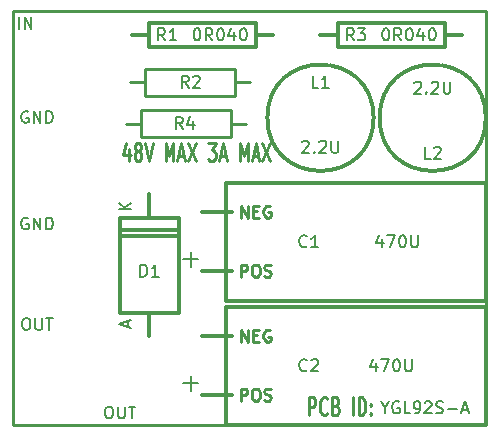
<source format=gbr>
%TF.GenerationSoftware,KiCad,Pcbnew,(5.99.0-8784-g9769da3804)*%
%TF.CreationDate,2021-02-02T16:43:27+01:00*%
%TF.ProjectId,SMPS Inline Filter with M3 holes - YGL92S-A,534d5053-2049-46e6-9c69-6e652046696c,rev?*%
%TF.SameCoordinates,Original*%
%TF.FileFunction,Legend,Top*%
%TF.FilePolarity,Positive*%
%FSLAX46Y46*%
G04 Gerber Fmt 4.6, Leading zero omitted, Abs format (unit mm)*
G04 Created by KiCad (PCBNEW (5.99.0-8784-g9769da3804)) date 2021-02-02 16:43:27*
%MOMM*%
%LPD*%
G01*
G04 APERTURE LIST*
%ADD10C,0.250000*%
%ADD11C,0.203200*%
%ADD12C,0.200000*%
%ADD13C,0.300000*%
%ADD14C,0.254000*%
G04 APERTURE END LIST*
D10*
X159255825Y-119596430D02*
X159303445Y-119525000D01*
D11*
X146396015Y-87815380D02*
X146444395Y-87767000D01*
D10*
X149374865Y-114227380D02*
X149374865Y-113227380D01*
D11*
X162323255Y-116686240D02*
X162420015Y-116734620D01*
D10*
X156589155Y-120310710D02*
X156541535Y-120382140D01*
X159303445Y-120310710D02*
X159303445Y-120453570D01*
D11*
X160460775Y-88686240D02*
X160412395Y-88637860D01*
D12*
X137351065Y-119775000D02*
X137446295Y-119870240D01*
D11*
X157847635Y-87815380D02*
X157896015Y-87912140D01*
D12*
X132208205Y-95679760D02*
X132065345Y-95727380D01*
D10*
X158874865Y-119810710D02*
X158827255Y-120096430D01*
D11*
X162049155Y-105218620D02*
X162145915Y-105267000D01*
D10*
X150136775Y-97453570D02*
X150803445Y-98953570D01*
D12*
X130160585Y-95727380D02*
X130303445Y-95679760D01*
D11*
X165218485Y-98154050D02*
X164637915Y-98734620D01*
X146299255Y-88347570D02*
X146299255Y-88105670D01*
X153605725Y-115718620D02*
X153702485Y-115718620D01*
X161912205Y-87912140D02*
X161912205Y-88057290D01*
D12*
X130922485Y-113036910D02*
X130970105Y-113132140D01*
D11*
X161855635Y-106186240D02*
X161807255Y-106137860D01*
D13*
X147065345Y-110775000D02*
X147065345Y-100775000D01*
D12*
X130303445Y-104679760D02*
X130351065Y-104632140D01*
D11*
X163508775Y-87670240D02*
X163266865Y-88395950D01*
D12*
X132065345Y-104727380D02*
X131827255Y-104727380D01*
D10*
X146565345Y-98525000D02*
X147041535Y-98525000D01*
D11*
X141896015Y-88734620D02*
X141557345Y-88250810D01*
D10*
X158303445Y-118953570D02*
X158541535Y-118953570D01*
D11*
X143896015Y-91912140D02*
X143896015Y-92057290D01*
D10*
X149684395Y-108727380D02*
X149493915Y-108727380D01*
D12*
X129874865Y-112370240D02*
X129970105Y-112275000D01*
D10*
X150327255Y-103584520D02*
X150422485Y-103679760D01*
D11*
X162734675Y-87767000D02*
X162783055Y-87815380D01*
D10*
X149684395Y-118227380D02*
X149779635Y-118275000D01*
X154065345Y-118953570D02*
X154446295Y-118953570D01*
X148327255Y-114227380D02*
X148327255Y-113227380D01*
D11*
X165266865Y-97912140D02*
X165266865Y-98008910D01*
X141896015Y-87912140D02*
X141896015Y-88057290D01*
D10*
X150327255Y-102870240D02*
X150279635Y-102965480D01*
X139327245Y-97810710D02*
X139327245Y-97739290D01*
D12*
X132351065Y-94965480D02*
X132398675Y-95155950D01*
D10*
X139374865Y-97953570D02*
X139327245Y-97810710D01*
X155636775Y-120310710D02*
X155589155Y-120382140D01*
D11*
X165049155Y-92412140D02*
X165049155Y-92508910D01*
X164952395Y-92267000D02*
X165000775Y-92315380D01*
X154533155Y-98137860D02*
X154581535Y-98186240D01*
X145718675Y-87718620D02*
X145815445Y-87767000D01*
D12*
X132351065Y-103965480D02*
X132398675Y-104155950D01*
D10*
X139898675Y-98382140D02*
X139851055Y-98239290D01*
X139374865Y-97596430D02*
X139422485Y-97525000D01*
D11*
X143799255Y-91767000D02*
X143847635Y-91815380D01*
D12*
X138493915Y-120536910D02*
X138493915Y-119727380D01*
D10*
X150422485Y-114179760D02*
X150565345Y-114227380D01*
X158827255Y-119310710D02*
X158874865Y-119596430D01*
D12*
X137970105Y-120632140D02*
X138017725Y-120679760D01*
D10*
X149493915Y-118227380D02*
X149684395Y-118227380D01*
X149851065Y-114227380D02*
X149374865Y-114227380D01*
D14*
X140175345Y-93418000D02*
X147795345Y-93418000D01*
D11*
X155452395Y-97267000D02*
X155500775Y-97315380D01*
D10*
X149398675Y-107775000D02*
X149493915Y-107727380D01*
D11*
X155283065Y-91960520D02*
X155186295Y-92008910D01*
D10*
X149493915Y-108727380D02*
X149398675Y-108679760D01*
D11*
X160847825Y-88541100D02*
X160799445Y-88637860D01*
D13*
X145065345Y-118775000D02*
X147565345Y-118775000D01*
D12*
X130779635Y-104727380D02*
X130779635Y-103727380D01*
X130493915Y-112560710D02*
X130493915Y-112894050D01*
D11*
X160871825Y-115718620D02*
X160436395Y-116734620D01*
X158863635Y-87718620D02*
X158524965Y-88105670D01*
X143299255Y-95267000D02*
X143347635Y-95315380D01*
X153315445Y-116492710D02*
X153267065Y-116299190D01*
X155355635Y-97218620D02*
X155452395Y-97267000D01*
D10*
X150279635Y-103489290D02*
X150327255Y-103584520D01*
X149374865Y-102727380D02*
X149851065Y-102727380D01*
D11*
X140347635Y-107960520D02*
X140396015Y-108154050D01*
X162758675Y-116637860D02*
X162807055Y-116541100D01*
D10*
X139851055Y-98810710D02*
X139898675Y-98667860D01*
X139517725Y-97453570D02*
X139708205Y-97453570D01*
D12*
X129827255Y-94870240D02*
X129779635Y-94965480D01*
D10*
X155589155Y-119025000D02*
X155636775Y-119096430D01*
D11*
X163017155Y-92315380D02*
X163065535Y-92267000D01*
D10*
X156446295Y-120453570D02*
X156065345Y-120453570D01*
X150827255Y-108632140D02*
X150874865Y-108536910D01*
D13*
X165565345Y-88275000D02*
X167065345Y-88275000D01*
X156565345Y-88275000D02*
X155065345Y-88275000D01*
D11*
X160896205Y-88105670D02*
X160896205Y-88347570D01*
X148573155Y-88734620D02*
X148476395Y-88734620D01*
X164033155Y-93234620D02*
X163984775Y-93186240D01*
X146541155Y-88734620D02*
X146444395Y-88686240D01*
D12*
X138017725Y-102465480D02*
X138589155Y-103036910D01*
D10*
X143041535Y-98525000D02*
X143517725Y-98525000D01*
D11*
X141847635Y-88154050D02*
X141799255Y-88202430D01*
X162444395Y-87767000D02*
X162541155Y-87718620D01*
D12*
X129732015Y-104298810D02*
X129779635Y-104489290D01*
X130922485Y-112227380D02*
X130922485Y-113036910D01*
D10*
X139803445Y-98025000D02*
X139708205Y-98096430D01*
D11*
X144751055Y-88686240D02*
X144654295Y-88734620D01*
D10*
X146470105Y-98953570D02*
X146803445Y-97453570D01*
D11*
X153267065Y-116154050D02*
X153315445Y-115960520D01*
X163597725Y-92508910D02*
X163549345Y-92654050D01*
X157702485Y-87718620D02*
X157799255Y-87767000D01*
X146637915Y-87718620D02*
X146734675Y-87767000D01*
X154670105Y-115718620D02*
X154766865Y-115767000D01*
X162299255Y-88105670D02*
X162347635Y-87912140D01*
D12*
X130208205Y-103727380D02*
X130065345Y-103727380D01*
D13*
X149565345Y-87275000D02*
X149565345Y-89275000D01*
D10*
X139327245Y-97739290D02*
X139374865Y-97596430D01*
D11*
X160194485Y-115718620D02*
X160871825Y-115718620D01*
X141702485Y-87718620D02*
X141799255Y-87767000D01*
X160017155Y-105170240D02*
X159775255Y-105895950D01*
X165581345Y-93186240D02*
X165678105Y-93234620D01*
D12*
X139017725Y-102465480D02*
X138446295Y-102894050D01*
D10*
X145993915Y-98025000D02*
X146089155Y-98096430D01*
X149255825Y-118894050D02*
X149255825Y-118560710D01*
D12*
X138017725Y-112775000D02*
X139017725Y-112441670D01*
X130446295Y-112370240D02*
X130493915Y-112560710D01*
D11*
X153847635Y-106186240D02*
X153702485Y-106234620D01*
D10*
X149374865Y-103727380D02*
X149374865Y-102727380D01*
D11*
X143896015Y-92057290D02*
X143847635Y-92154050D01*
X140879825Y-107960520D02*
X140783065Y-108008910D01*
X144283065Y-91815380D02*
X144331445Y-91767000D01*
X154379825Y-105460520D02*
X154283065Y-105508910D01*
X157799255Y-88202430D02*
X157702485Y-88250810D01*
D10*
X150684395Y-108727380D02*
X150779635Y-108679760D01*
D12*
X129970105Y-113179760D02*
X129874865Y-113084520D01*
D10*
X149493915Y-107727380D02*
X149684395Y-107727380D01*
D11*
X162774865Y-106137860D02*
X162823255Y-106186240D01*
X146637915Y-88734620D02*
X146541155Y-88734620D01*
D10*
X149374865Y-103203570D02*
X149708205Y-103203570D01*
X150493915Y-107727380D02*
X150732015Y-107727380D01*
D13*
X147065345Y-121275000D02*
X147065345Y-111275000D01*
D11*
X148573155Y-87718620D02*
X148669915Y-87767000D01*
X161718675Y-87718620D02*
X161815445Y-87767000D01*
X144799445Y-88637860D02*
X144751055Y-88686240D01*
X159517155Y-115670240D02*
X159275255Y-116395950D01*
X162726485Y-105218620D02*
X162726485Y-106041100D01*
D10*
X150398675Y-118275000D02*
X150493915Y-118227380D01*
X158684395Y-119025000D02*
X158779635Y-119167860D01*
D11*
X154484775Y-98186240D02*
X154533155Y-98137860D01*
D10*
X148779635Y-107775000D02*
X148827255Y-107822620D01*
X139898675Y-97810710D02*
X139851055Y-97953570D01*
D12*
X132398675Y-104155950D02*
X132398675Y-104298810D01*
D11*
X146783055Y-87815380D02*
X146831445Y-87912140D01*
D10*
X149374865Y-113227380D02*
X149851065Y-113227380D01*
X139517725Y-98096430D02*
X139422485Y-98025000D01*
D11*
X163549345Y-92654050D02*
X162968775Y-93234620D01*
X144331445Y-91767000D02*
X144428205Y-91718620D01*
X153363825Y-105363760D02*
X153460585Y-105267000D01*
X166065155Y-93041100D02*
X166065155Y-92218620D01*
D12*
X139017725Y-103036910D02*
X138017725Y-103036910D01*
D11*
X140057345Y-107718620D02*
X140202485Y-107767000D01*
X143347635Y-95654050D02*
X143299255Y-95702430D01*
D10*
X139374865Y-98239290D02*
X139327245Y-98382140D01*
X150779635Y-108298810D02*
X150684395Y-108251190D01*
D11*
X155016965Y-97267000D02*
X155113725Y-97218620D01*
D10*
X149779635Y-118275000D02*
X149874865Y-118370240D01*
D11*
X146396015Y-88637860D02*
X146347635Y-88541100D01*
D10*
X150327255Y-114084520D02*
X150422485Y-114179760D01*
D11*
X144557535Y-87718620D02*
X144654295Y-87718620D01*
D14*
X140175345Y-91132000D02*
X140175345Y-93418000D01*
D10*
X150827255Y-118846430D02*
X150779635Y-118798810D01*
D11*
X143396015Y-95557290D02*
X143347635Y-95654050D01*
D10*
X154636775Y-119239290D02*
X154636775Y-119453570D01*
X159351055Y-119596430D02*
X159303445Y-119667860D01*
X139708205Y-97453570D02*
X139803445Y-97525000D01*
X148874865Y-108060710D02*
X148827255Y-108155950D01*
D11*
X155984585Y-97218620D02*
X155984585Y-98041100D01*
X164815055Y-88347570D02*
X164766675Y-88541100D01*
X144654295Y-88734620D02*
X144557535Y-88734620D01*
D12*
X132208205Y-104679760D02*
X132065345Y-104727380D01*
D11*
X144412395Y-87815380D02*
X144460775Y-87767000D01*
X158863635Y-88299190D02*
X158863635Y-88541100D01*
X162783055Y-88637860D02*
X162734675Y-88686240D01*
X157315445Y-88734620D02*
X157315445Y-87718620D01*
D10*
X150803445Y-114179760D02*
X150851065Y-114132140D01*
X146184395Y-98667860D02*
X146136775Y-98810710D01*
D11*
X144024965Y-95170240D02*
X143783065Y-95895950D01*
D10*
X149922485Y-108060710D02*
X149922485Y-108394050D01*
D11*
X145912205Y-88057290D02*
X145863825Y-88154050D01*
D10*
X143279635Y-97453570D02*
X143612965Y-98953570D01*
X149255825Y-118560710D02*
X149303445Y-118370240D01*
D11*
X153315445Y-105992710D02*
X153267065Y-105799190D01*
D10*
X149874865Y-107870240D02*
X149922485Y-108060710D01*
X156589155Y-119382140D02*
X156541535Y-119525000D01*
D11*
X162831445Y-87912140D02*
X162879825Y-88105670D01*
X158234675Y-87718620D02*
X158863635Y-87718620D01*
D13*
X145065345Y-113775000D02*
X147565345Y-113775000D01*
D10*
X138851055Y-97953570D02*
X138851055Y-98953570D01*
X150279635Y-102965480D02*
X150232015Y-103155950D01*
D11*
X148669915Y-88686240D02*
X148573155Y-88734620D01*
D13*
X145065345Y-108275000D02*
X147565345Y-108275000D01*
D10*
X148303445Y-119227380D02*
X148303445Y-118227380D01*
D12*
X130493915Y-112894050D02*
X130446295Y-113084520D01*
D10*
X159303445Y-120310710D02*
X159351055Y-120382140D01*
D12*
X132208205Y-94775000D02*
X132303445Y-94870240D01*
D11*
X143396015Y-95412140D02*
X143396015Y-95557290D01*
X153460585Y-105267000D02*
X153605725Y-105218620D01*
X148815055Y-88347570D02*
X148766675Y-88541100D01*
X164815055Y-88105670D02*
X164815055Y-88347570D01*
D10*
X149779635Y-107775000D02*
X149874865Y-107870240D01*
D13*
X149565345Y-89275000D02*
X140565345Y-89275000D01*
D11*
X160654295Y-87718620D02*
X160751055Y-87767000D01*
X155549155Y-97412140D02*
X155549155Y-97508910D01*
D10*
X149232015Y-98953570D02*
X149565345Y-97453570D01*
D12*
X130065345Y-113227380D02*
X129970105Y-113179760D01*
D10*
X158541535Y-120453570D02*
X158303445Y-120453570D01*
D11*
X141847635Y-87815380D02*
X141896015Y-87912140D01*
D10*
X155351065Y-118953570D02*
X155446295Y-118953570D01*
D11*
X160896205Y-88347570D02*
X160847825Y-88541100D01*
D10*
X150398675Y-108155950D02*
X150351055Y-108108330D01*
D11*
X165484585Y-93041100D02*
X165532965Y-93137860D01*
D12*
X132398675Y-95298810D02*
X132351065Y-95489290D01*
D10*
X139803445Y-97525000D02*
X139851055Y-97596430D01*
D11*
X162444395Y-88686240D02*
X162396015Y-88637860D01*
D10*
X154589155Y-119096430D02*
X154636775Y-119239290D01*
D12*
X132303445Y-95584520D02*
X132208205Y-95679760D01*
D11*
X153267065Y-105799190D02*
X153267065Y-105654050D01*
D12*
X129922485Y-104679760D02*
X130065345Y-104727380D01*
D10*
X158874865Y-119596430D02*
X158874865Y-119810710D01*
X145612965Y-98882140D02*
X145565345Y-98810710D01*
D13*
X140565345Y-111775000D02*
X140565345Y-113775000D01*
D11*
X146783055Y-88637860D02*
X146734675Y-88686240D01*
D10*
X150803445Y-113275000D02*
X150708205Y-113227380D01*
D11*
X139815445Y-108734620D02*
X139815445Y-107718620D01*
X164396015Y-98734620D02*
X163912205Y-98734620D01*
X164476395Y-88734620D02*
X164379635Y-88686240D01*
X141315445Y-88734620D02*
X141315445Y-87718620D01*
D13*
X140565345Y-103775000D02*
X140565345Y-101775000D01*
D11*
X161952395Y-106234620D02*
X161855635Y-106186240D01*
D10*
X155208205Y-120382140D02*
X155112965Y-120239290D01*
X150351055Y-118608330D02*
X150303445Y-118513100D01*
X155112965Y-119167860D02*
X155208205Y-119025000D01*
D12*
X137446295Y-119870240D02*
X137493915Y-120060710D01*
D11*
X164331255Y-88637860D02*
X164282865Y-88541100D01*
D10*
X150303445Y-107917860D02*
X150351055Y-107822620D01*
D12*
X130779635Y-103727380D02*
X131351065Y-104727380D01*
D13*
X165565345Y-89275000D02*
X156565345Y-89275000D01*
D11*
X164420205Y-93234620D02*
X165049155Y-93234620D01*
X154234675Y-116734620D02*
X154863635Y-116734620D01*
X158670105Y-88734620D02*
X158379825Y-88734620D01*
X144751055Y-87767000D02*
X144799445Y-87815380D01*
D12*
X129922485Y-95679760D02*
X130065345Y-95727380D01*
D11*
X161549155Y-115718620D02*
X161645915Y-115767000D01*
X162823255Y-106186240D02*
X162920015Y-106234620D01*
X148669915Y-87767000D02*
X148718295Y-87815380D01*
X144266865Y-95557290D02*
X144266865Y-96234620D01*
D10*
X150232015Y-103298810D02*
X150279635Y-103489290D01*
X156541535Y-119525000D02*
X156493915Y-119596430D01*
X156065345Y-120453570D02*
X156065345Y-118953570D01*
D11*
X160847825Y-87912140D02*
X160896205Y-88105670D01*
X155549155Y-97508910D02*
X155500775Y-97654050D01*
X148379635Y-88686240D02*
X148331255Y-88637860D01*
X146299255Y-88105670D02*
X146347635Y-87912140D01*
D10*
X145993915Y-98953570D02*
X145708205Y-98953570D01*
X150565345Y-102727380D02*
X150422485Y-102775000D01*
X156589155Y-119239290D02*
X156589155Y-119382140D01*
D12*
X138446295Y-120632140D02*
X138493915Y-120536910D01*
X131303445Y-113227380D02*
X131398675Y-113179760D01*
D10*
X149398675Y-108679760D02*
X149303445Y-108584520D01*
D11*
X140202485Y-108686240D02*
X140057345Y-108734620D01*
D12*
X131493915Y-113036910D02*
X131493915Y-112227380D01*
D11*
X144725345Y-107275000D02*
X143455345Y-107275000D01*
D10*
X155589155Y-120382140D02*
X155446295Y-120453570D01*
D11*
X147508775Y-87670240D02*
X147266865Y-88395950D01*
X164669915Y-88686240D02*
X164573155Y-88734620D01*
X143702485Y-91718620D02*
X143799255Y-91767000D01*
D12*
X131446295Y-113132140D02*
X131493915Y-113036910D01*
D11*
X164234485Y-88347570D02*
X164234485Y-88105670D01*
X153702485Y-106234620D02*
X153605725Y-106234620D01*
X146541155Y-87718620D02*
X146637915Y-87718620D01*
X162242675Y-106041100D02*
X162194295Y-106137860D01*
X158863635Y-88541100D02*
X158815255Y-88637860D01*
X154815255Y-116154050D02*
X154234675Y-116734620D01*
D10*
X150779635Y-118798810D02*
X150684395Y-118751190D01*
D11*
X165049155Y-92508910D02*
X165000775Y-92654050D01*
D14*
X147455345Y-95775000D02*
X148725345Y-95775000D01*
D11*
X160364015Y-88541100D02*
X160315635Y-88347570D01*
X143702485Y-92250810D02*
X143315445Y-92250810D01*
X153605725Y-116734620D02*
X153460585Y-116686240D01*
D10*
X156636775Y-120167860D02*
X156589155Y-120310710D01*
D11*
X162242675Y-105412140D02*
X162291055Y-105605670D01*
X163750675Y-88057290D02*
X163750675Y-88734620D01*
X158815255Y-88202430D02*
X158863635Y-88299190D01*
D10*
X139422485Y-98025000D02*
X139374865Y-97953570D01*
D12*
X130779635Y-94727380D02*
X131351065Y-95727380D01*
D11*
X158670105Y-88105670D02*
X158766865Y-88154050D01*
X158283065Y-88686240D02*
X158234675Y-88637860D01*
D10*
X149565345Y-97453570D02*
X149898675Y-98953570D01*
X142612965Y-97453570D02*
X142612965Y-98953570D01*
X155208205Y-119025000D02*
X155351065Y-118953570D01*
D11*
X143315445Y-92734620D02*
X143315445Y-91718620D01*
X153847635Y-115767000D02*
X153896015Y-115815380D01*
X154283065Y-115815380D02*
X154331445Y-115767000D01*
D10*
X148684395Y-118751190D02*
X148303445Y-118751190D01*
D11*
X146444395Y-87767000D02*
X146541155Y-87718620D01*
D12*
X138017725Y-120679760D02*
X138112965Y-120727380D01*
X137493915Y-120394050D02*
X137446295Y-120584520D01*
D10*
X149874865Y-118370240D02*
X149922485Y-118560710D01*
D11*
X140396015Y-108154050D02*
X140396015Y-108299190D01*
X148331255Y-88637860D02*
X148282865Y-88541100D01*
X144766865Y-91767000D02*
X144815255Y-91815380D01*
D10*
X149255825Y-108394050D02*
X149255825Y-108060710D01*
D12*
X129827255Y-95584520D02*
X129922485Y-95679760D01*
D10*
X139374865Y-98810710D02*
X139422485Y-98882140D01*
D13*
X156565345Y-87275000D02*
X165565345Y-87275000D01*
D10*
X149303445Y-108584520D02*
X149255825Y-108394050D01*
D11*
X143783065Y-95895950D02*
X144412015Y-95895950D01*
X140976585Y-107863760D02*
X140879825Y-107960520D01*
D12*
X137493915Y-120060710D02*
X137493915Y-120394050D01*
D11*
X159775255Y-105895950D02*
X160404205Y-105895950D01*
X142573345Y-87718620D02*
X142476585Y-87863760D01*
D12*
X130065345Y-94727380D02*
X129922485Y-94775000D01*
D11*
X165678105Y-93234620D02*
X165871635Y-93234620D01*
D10*
X146803445Y-97453570D02*
X147136775Y-98953570D01*
X150565345Y-114227380D02*
X150660585Y-114227380D01*
X149922485Y-108394050D02*
X149874865Y-108584520D01*
D11*
X160259055Y-105557290D02*
X160259055Y-106234620D01*
X162049155Y-106234620D02*
X161952395Y-106234620D01*
X163500965Y-92267000D02*
X163549345Y-92315380D01*
X154573345Y-106234620D02*
X154573345Y-105218620D01*
D10*
X139327245Y-98382140D02*
X139327245Y-98667860D01*
D12*
X131827255Y-95727380D02*
X131827255Y-94727380D01*
D10*
X148327255Y-102727380D02*
X148898675Y-103727380D01*
X146089155Y-98096430D02*
X146136775Y-98167860D01*
D11*
X163162295Y-92218620D02*
X163404205Y-92218620D01*
X162879825Y-88347570D02*
X162831445Y-88541100D01*
D10*
X150851065Y-113798810D02*
X150660585Y-113798810D01*
D14*
X169065345Y-86275000D02*
X129065345Y-86275000D01*
D10*
X139898675Y-97739290D02*
X139898675Y-97810710D01*
X150851065Y-103298810D02*
X150660585Y-103298810D01*
D11*
X148815055Y-88105670D02*
X148815055Y-88347570D01*
X148766675Y-88541100D02*
X148718295Y-88637860D01*
X161863825Y-88154050D02*
X161815445Y-88202430D01*
X164686295Y-97815380D02*
X164734675Y-97767000D01*
X160751055Y-88686240D02*
X160654295Y-88734620D01*
D10*
X146184395Y-97453570D02*
X145851055Y-98025000D01*
D11*
X162291055Y-105847570D02*
X162242675Y-106041100D01*
D10*
X150851065Y-114132140D02*
X150851065Y-113798810D01*
D14*
X169065345Y-121275000D02*
X169065345Y-86275000D01*
D13*
X169065345Y-111275000D02*
X169065345Y-121275000D01*
D10*
X150493915Y-118227380D02*
X150732015Y-118227380D01*
D11*
X154331445Y-115767000D02*
X154428205Y-115718620D01*
D10*
X139422485Y-98882140D02*
X139517725Y-98953570D01*
D11*
X142379825Y-87960520D02*
X142283065Y-88008910D01*
D12*
X130017725Y-87727380D02*
X130017725Y-86727380D01*
D11*
X161815445Y-88202430D02*
X161718675Y-88250810D01*
D10*
X139517725Y-98953570D02*
X139708205Y-98953570D01*
D11*
X144863635Y-91912140D02*
X144863635Y-92008910D01*
X160412395Y-88637860D02*
X160364015Y-88541100D01*
D14*
X139835345Y-96918000D02*
X147455345Y-96918000D01*
D10*
X150232015Y-103155950D02*
X150232015Y-103298810D01*
X150303445Y-108013100D02*
X150303445Y-107917860D01*
D12*
X130017725Y-86727380D02*
X130589155Y-87727380D01*
D11*
X144364015Y-88541100D02*
X144315635Y-88347570D01*
D10*
X159303445Y-119667860D02*
X159255825Y-119596430D01*
D12*
X130351065Y-104298810D02*
X130160585Y-104298810D01*
D11*
X154049345Y-97315380D02*
X154097725Y-97412140D01*
D10*
X149874865Y-119084520D02*
X149779635Y-119179760D01*
D11*
X141799255Y-88202430D02*
X141702485Y-88250810D01*
D10*
X149779635Y-119179760D02*
X149684395Y-119227380D01*
D11*
X142863635Y-88734620D02*
X142283065Y-88734620D01*
X153460585Y-115767000D02*
X153605725Y-115718620D01*
D10*
X150446295Y-108727380D02*
X150684395Y-108727380D01*
X155446295Y-120453570D02*
X155351065Y-120453570D01*
D11*
X146444395Y-88686240D02*
X146396015Y-88637860D01*
D10*
X148232015Y-98953570D02*
X148232015Y-97453570D01*
D11*
X161718675Y-88250810D02*
X161331635Y-88250810D01*
X144557535Y-88734620D02*
X144460775Y-88686240D01*
D13*
X165565345Y-87275000D02*
X165565345Y-89275000D01*
D11*
X153702485Y-105218620D02*
X153847635Y-105267000D01*
D10*
X158779635Y-119167860D02*
X158827255Y-119310710D01*
D11*
X162734675Y-88686240D02*
X162637915Y-88734620D01*
X153363825Y-116589480D02*
X153315445Y-116492710D01*
X155379825Y-91863760D02*
X155283065Y-91960520D01*
D12*
X137922485Y-120536910D02*
X137970105Y-120632140D01*
D11*
X154766865Y-115767000D02*
X154815255Y-115815380D01*
X162299255Y-88347570D02*
X162299255Y-88105670D01*
D12*
X132112965Y-113227380D02*
X132112965Y-112227380D01*
D11*
X154533155Y-98234620D02*
X154484775Y-98186240D01*
D12*
X130351065Y-112275000D02*
X130446295Y-112370240D01*
D10*
X150303445Y-119179760D02*
X150446295Y-119227380D01*
D12*
X132065345Y-95727380D02*
X131827255Y-95727380D01*
D11*
X165170105Y-97767000D02*
X165218485Y-97815380D01*
D12*
X139112965Y-120727380D02*
X139112965Y-119727380D01*
D11*
X162968775Y-93234620D02*
X163597725Y-93234620D01*
X144863635Y-92008910D02*
X144815255Y-92154050D01*
X155476585Y-92734620D02*
X155476585Y-91718620D01*
X162274865Y-116637860D02*
X162323255Y-116686240D01*
X163210295Y-106186240D02*
X163258675Y-106137860D01*
X153605725Y-105218620D02*
X153702485Y-105218620D01*
X153517155Y-97315380D02*
X153565535Y-97267000D01*
X153267065Y-105654050D02*
X153315445Y-105460520D01*
D10*
X154446295Y-119739290D02*
X154065345Y-119739290D01*
D13*
X149565345Y-88275000D02*
X151065345Y-88275000D01*
D11*
X161645915Y-116686240D02*
X161549155Y-116734620D01*
D10*
X150732015Y-118227380D02*
X150874865Y-118275000D01*
D12*
X131017725Y-113179760D02*
X131112965Y-113227380D01*
X130255825Y-113227380D02*
X130065345Y-113227380D01*
X129922485Y-103775000D02*
X129827255Y-103870240D01*
D10*
X149398675Y-118275000D02*
X149493915Y-118227380D01*
D11*
X153662295Y-97218620D02*
X153904205Y-97218620D01*
X161258865Y-115912140D02*
X161307255Y-115815380D01*
D13*
X138065345Y-111775000D02*
X143065345Y-111775000D01*
D10*
X139708205Y-98953570D02*
X139803445Y-98882140D01*
D12*
X131827255Y-103727380D02*
X132065345Y-103727380D01*
D11*
X155113725Y-97218620D02*
X155355635Y-97218620D01*
D10*
X156541535Y-120382140D02*
X156446295Y-120453570D01*
D11*
X141702485Y-88250810D02*
X141315445Y-88250810D01*
X153460585Y-106186240D02*
X153363825Y-106089480D01*
X144090345Y-106640000D02*
X144090345Y-107910000D01*
D10*
X139708205Y-98096430D02*
X139517725Y-98096430D01*
D11*
X145815445Y-87767000D02*
X145863825Y-87815380D01*
X164613725Y-92218620D02*
X164855635Y-92218620D01*
X145331635Y-88734620D02*
X145331635Y-87718620D01*
D12*
X130589155Y-87727380D02*
X130589155Y-86727380D01*
D11*
X166016775Y-93137860D02*
X166065155Y-93041100D01*
X163307055Y-106041100D02*
X163307055Y-105218620D01*
X162396015Y-88637860D02*
X162347635Y-88541100D01*
X162396015Y-87815380D02*
X162444395Y-87767000D01*
D10*
X150232015Y-113798810D02*
X150279635Y-113989290D01*
D11*
X144799445Y-87815380D02*
X144847825Y-87912140D01*
D10*
X157827255Y-120453570D02*
X157827255Y-118953570D01*
D11*
X161645915Y-115767000D02*
X161694295Y-115815380D01*
D10*
X150732015Y-107727380D02*
X150874865Y-107775000D01*
D12*
X130779635Y-95727380D02*
X130779635Y-94727380D01*
X130351065Y-104632140D02*
X130351065Y-104298810D01*
D11*
X146347635Y-88541100D02*
X146299255Y-88347570D01*
D12*
X136970105Y-120679760D02*
X136874865Y-120584520D01*
D10*
X148565345Y-98525000D02*
X148898675Y-97453570D01*
D11*
X157896015Y-88734620D02*
X157557345Y-88250810D01*
X164282865Y-88541100D02*
X164234485Y-88347570D01*
X153896015Y-106137860D02*
X153847635Y-106186240D01*
D12*
X129779635Y-95489290D02*
X129827255Y-95584520D01*
D11*
X145718675Y-88250810D02*
X145331635Y-88250810D01*
D12*
X129732015Y-104155950D02*
X129732015Y-104298810D01*
D10*
X139851055Y-98239290D02*
X139803445Y-98167860D01*
X154065345Y-120453570D02*
X154065345Y-118953570D01*
D12*
X130351065Y-95632140D02*
X130351065Y-95298810D01*
D10*
X146136775Y-98810710D02*
X146089155Y-98882140D01*
D14*
X147455345Y-96918000D02*
X147455345Y-94632000D01*
D11*
X156371635Y-98234620D02*
X156468395Y-98186240D01*
D10*
X145708205Y-98953570D02*
X145612965Y-98882140D01*
X140517725Y-98953570D02*
X140851055Y-97453570D01*
D13*
X143065345Y-103775000D02*
X138065345Y-103775000D01*
D11*
X153605725Y-106234620D02*
X153460585Y-106186240D01*
D10*
X159303445Y-120453570D02*
X159255825Y-120382140D01*
D11*
X161452395Y-115718620D02*
X161549155Y-115718620D01*
X161742675Y-115912140D02*
X161791055Y-116105670D01*
D14*
X139835345Y-95775000D02*
X138565345Y-95775000D01*
D12*
X130303445Y-95679760D02*
X130351065Y-95632140D01*
X131351065Y-104727380D02*
X131351065Y-103727380D01*
D11*
X164033155Y-93137860D02*
X164081535Y-93186240D01*
D10*
X148779635Y-118275000D02*
X148827255Y-118322620D01*
D11*
X146879825Y-88105670D02*
X146879825Y-88347570D01*
D10*
X158779635Y-120239290D02*
X158684395Y-120382140D01*
D11*
X157847635Y-88154050D02*
X157799255Y-88202430D01*
X144234675Y-92734620D02*
X144863635Y-92734620D01*
X160315635Y-88347570D02*
X160315635Y-88105670D01*
X160799445Y-87815380D02*
X160847825Y-87912140D01*
X164282865Y-87912140D02*
X164331255Y-87815380D01*
D12*
X129827255Y-103870240D02*
X129779635Y-103965480D01*
D11*
X143315445Y-91718620D02*
X143702485Y-91718620D01*
D12*
X129541535Y-87727380D02*
X129541535Y-86727380D01*
X129827255Y-112894050D02*
X129827255Y-112560710D01*
D11*
X153460585Y-116686240D02*
X153363825Y-116589480D01*
D10*
X156636775Y-119953570D02*
X156636775Y-120167860D01*
D12*
X129827255Y-112560710D02*
X129874865Y-112370240D01*
D11*
X162807055Y-116541100D02*
X162807055Y-115718620D01*
D12*
X131827255Y-94727380D02*
X132065345Y-94727380D01*
D11*
X157896015Y-87912140D02*
X157896015Y-88057290D01*
X153468775Y-98234620D02*
X154097725Y-98234620D01*
X161791055Y-116347570D02*
X161742675Y-116541100D01*
X165000775Y-92315380D02*
X165049155Y-92412140D01*
D10*
X139422485Y-97525000D02*
X139517725Y-97453570D01*
D12*
X130065345Y-103727380D02*
X129922485Y-103775000D01*
D10*
X149374865Y-113703570D02*
X149708205Y-113703570D01*
D11*
X154581535Y-98186240D02*
X154533155Y-98234620D01*
D10*
X155017725Y-119596430D02*
X155065345Y-119310710D01*
X148684395Y-107727380D02*
X148779635Y-107775000D01*
D11*
X156081345Y-98186240D02*
X156178105Y-98234620D01*
X162226485Y-115718620D02*
X162226485Y-116541100D01*
D10*
X150779635Y-119179760D02*
X150827255Y-119132140D01*
D11*
X155500775Y-97315380D02*
X155549155Y-97412140D01*
X142476585Y-87863760D02*
X142379825Y-87960520D01*
X165484585Y-92218620D02*
X165484585Y-93041100D01*
X161355635Y-116686240D02*
X161307255Y-116637860D01*
D10*
X149851065Y-103727380D02*
X149374865Y-103727380D01*
D11*
X140299255Y-108589480D02*
X140202485Y-108686240D01*
X164033155Y-93137860D02*
X164033155Y-93234620D01*
D12*
X130351065Y-95298810D02*
X130160585Y-95298810D01*
D11*
X161331635Y-88734620D02*
X161331635Y-87718620D01*
X161307255Y-116637860D02*
X161258865Y-116541100D01*
X146879825Y-88347570D02*
X146831445Y-88541100D01*
D10*
X148874865Y-107917860D02*
X148874865Y-108060710D01*
X155351065Y-120453570D02*
X155208205Y-120382140D01*
X149398675Y-119179760D02*
X149303445Y-119084520D01*
X155065345Y-119310710D02*
X155112965Y-119167860D01*
D12*
X137255825Y-119727380D02*
X137351065Y-119775000D01*
D11*
X148476395Y-87718620D02*
X148573155Y-87718620D01*
D12*
X138732015Y-113013100D02*
X138732015Y-112536900D01*
X130065345Y-95727380D02*
X130160585Y-95727380D01*
X131112965Y-113227380D02*
X131303445Y-113227380D01*
D10*
X140184395Y-97453570D02*
X140517725Y-98953570D01*
X150303445Y-118417860D02*
X150351055Y-118322620D01*
D14*
X147795345Y-93418000D02*
X147795345Y-91132000D01*
D11*
X164734675Y-97767000D02*
X164831445Y-97718620D01*
X157799255Y-87767000D02*
X157847635Y-87815380D01*
D12*
X132351065Y-95489290D02*
X132303445Y-95584520D01*
X136874865Y-120584520D02*
X136827255Y-120394050D01*
D11*
X144412395Y-88637860D02*
X144364015Y-88541100D01*
D10*
X150874865Y-108441670D02*
X150827255Y-108346430D01*
X138374865Y-98453570D02*
X138993915Y-98453570D01*
X139803445Y-98167860D02*
X139708205Y-98096430D01*
D11*
X142815445Y-95218620D02*
X143202485Y-95218620D01*
X161452395Y-116734620D02*
X161355635Y-116686240D01*
X143896015Y-92734620D02*
X143557345Y-92250810D01*
D10*
X158827255Y-120096430D02*
X158779635Y-120239290D01*
D11*
X146734675Y-88686240D02*
X146637915Y-88734620D01*
D10*
X141946295Y-97453570D02*
X142279635Y-98525000D01*
X148874865Y-118417860D02*
X148874865Y-118560710D01*
D11*
X140202485Y-107767000D02*
X140299255Y-107863760D01*
X144460775Y-87767000D02*
X144557535Y-87718620D01*
D12*
X132303445Y-103870240D02*
X132351065Y-103965480D01*
D13*
X147065345Y-100775000D02*
X169065345Y-100775000D01*
D11*
X146734675Y-87767000D02*
X146783055Y-87815380D01*
D10*
X148327255Y-113227380D02*
X148898675Y-114227380D01*
X146089155Y-98882140D02*
X145993915Y-98953570D01*
X150874865Y-108536910D02*
X150874865Y-108441670D01*
D11*
X153565535Y-97267000D02*
X153662295Y-97218620D01*
D10*
X150684395Y-118751190D02*
X150493915Y-118703570D01*
D14*
X147795345Y-91132000D02*
X140175345Y-91132000D01*
D11*
X139815445Y-107718620D02*
X140057345Y-107718620D01*
X160557535Y-88734620D02*
X160460775Y-88686240D01*
D14*
X140175345Y-92275000D02*
X138905345Y-92275000D01*
D11*
X160460775Y-87767000D02*
X160557535Y-87718620D01*
D10*
X139851055Y-97953570D02*
X139803445Y-98025000D01*
D11*
X154533155Y-98137860D02*
X154533155Y-98234620D01*
D12*
X129922485Y-94775000D02*
X129827255Y-94870240D01*
D13*
X169065345Y-110775000D02*
X147065345Y-110775000D01*
D11*
X145912205Y-87912140D02*
X145912205Y-88057290D01*
D10*
X156398675Y-119667860D02*
X156065345Y-119667860D01*
D11*
X162145915Y-105267000D02*
X162194295Y-105315380D01*
D10*
X150803445Y-102775000D02*
X150708205Y-102727380D01*
X150327255Y-113370240D02*
X150279635Y-113465480D01*
D11*
X153896015Y-116637860D02*
X153847635Y-116686240D01*
D12*
X132398675Y-95155950D02*
X132398675Y-95298810D01*
D10*
X149303445Y-107870240D02*
X149398675Y-107775000D01*
D11*
X165218485Y-97815380D02*
X165266865Y-97912140D01*
D13*
X169065345Y-95275000D02*
G75*
G03*
X169065345Y-95275000I-4500000J0D01*
G01*
D10*
X150565345Y-103727380D02*
X150660585Y-103727380D01*
D11*
X148234485Y-88347570D02*
X148234485Y-88105670D01*
D10*
X145851055Y-98025000D02*
X145993915Y-98025000D01*
D12*
X130351065Y-113179760D02*
X130255825Y-113227380D01*
X139017725Y-113108330D02*
X138017725Y-112775000D01*
D10*
X156541535Y-119096430D02*
X156589155Y-119239290D01*
D11*
X156468395Y-98186240D02*
X156516775Y-98137860D01*
D12*
X138112965Y-120727380D02*
X138303445Y-120727380D01*
D11*
X160799445Y-88637860D02*
X160751055Y-88686240D01*
X155500775Y-97654050D02*
X154920205Y-98234620D01*
X142573345Y-88734620D02*
X142573345Y-87718620D01*
D10*
X150851065Y-103632140D02*
X150851065Y-103298810D01*
D11*
X141073345Y-108734620D02*
X141073345Y-107718620D01*
X145863825Y-87815380D02*
X145912205Y-87912140D01*
X164476395Y-87718620D02*
X164573155Y-87718620D01*
D12*
X131827255Y-112227380D02*
X132398675Y-112227380D01*
D11*
X162194295Y-105315380D02*
X162242675Y-105412140D01*
X162637915Y-87718620D02*
X162734675Y-87767000D01*
D10*
X148684395Y-118227380D02*
X148779635Y-118275000D01*
X150708205Y-113227380D02*
X150565345Y-113227380D01*
D11*
X144896205Y-88105670D02*
X144896205Y-88347570D01*
X154097725Y-97412140D02*
X154097725Y-97508910D01*
D10*
X155017725Y-119810710D02*
X155017725Y-119596430D01*
D13*
X138065345Y-103775000D02*
X138065345Y-111775000D01*
D11*
X144847825Y-87912140D02*
X144896205Y-88105670D01*
X164516965Y-92267000D02*
X164613725Y-92218620D01*
D10*
X156493915Y-119025000D02*
X156541535Y-119096430D01*
D11*
X157702485Y-88250810D02*
X157315445Y-88250810D01*
X140057345Y-108734620D02*
X139815445Y-108734620D01*
D12*
X132398675Y-104298810D02*
X132351065Y-104489290D01*
X132208205Y-103775000D02*
X132303445Y-103870240D01*
D11*
X163912205Y-98734620D02*
X163912205Y-97718620D01*
X140347635Y-108492710D02*
X140299255Y-108589480D01*
X164855635Y-92218620D02*
X164952395Y-92267000D01*
X154863635Y-106234620D02*
X154283065Y-106234620D01*
D12*
X129970105Y-112275000D02*
X130065345Y-112227380D01*
D10*
X148779635Y-108203570D02*
X148684395Y-108251190D01*
D11*
X162226485Y-116541100D02*
X162274865Y-116637860D01*
D12*
X129827255Y-104584520D02*
X129922485Y-104679760D01*
D11*
X162637915Y-88734620D02*
X162541155Y-88734620D01*
D12*
X138303445Y-120727380D02*
X138398675Y-120679760D01*
D10*
X150279635Y-113465480D02*
X150232015Y-113655950D01*
D12*
X136970105Y-119775000D02*
X137065345Y-119727380D01*
D13*
X140565345Y-89275000D02*
X140565345Y-87275000D01*
D11*
X160315635Y-88105670D02*
X160364015Y-87912140D01*
X161694295Y-115815380D02*
X161742675Y-115912140D01*
D12*
X131351065Y-95727380D02*
X131351065Y-94727380D01*
D10*
X149255825Y-108060710D02*
X149303445Y-107870240D01*
D11*
X161758865Y-105412140D02*
X161807255Y-105315380D01*
D10*
X154541535Y-119025000D02*
X154589155Y-119096430D01*
D12*
X132303445Y-94870240D02*
X132351065Y-94965480D01*
D11*
X143396015Y-96234620D02*
X143057345Y-95750810D01*
X161807255Y-105315380D02*
X161855635Y-105267000D01*
X161710485Y-105847570D02*
X161710485Y-105605670D01*
D10*
X156065345Y-118953570D02*
X156398675Y-118953570D01*
D11*
X158766865Y-88686240D02*
X158670105Y-88734620D01*
D12*
X130970105Y-113132140D02*
X131017725Y-113179760D01*
D13*
X147065345Y-111275000D02*
X169065345Y-111275000D01*
D11*
X164669915Y-87767000D02*
X164718295Y-87815380D01*
D13*
X156565345Y-89275000D02*
X156565345Y-87275000D01*
D11*
X144315635Y-88347570D02*
X144315635Y-88105670D01*
X154476585Y-105363760D02*
X154379825Y-105460520D01*
X144815255Y-92154050D02*
X144234675Y-92734620D01*
D10*
X150446295Y-119227380D02*
X150684395Y-119227380D01*
D12*
X137065345Y-120727380D02*
X136970105Y-120679760D01*
X130303445Y-94775000D02*
X130208205Y-94727380D01*
D11*
X148476395Y-88734620D02*
X148379635Y-88686240D01*
X163404205Y-92218620D02*
X163500965Y-92267000D01*
X164468585Y-92315380D02*
X164516965Y-92267000D01*
X153363825Y-106089480D02*
X153315445Y-105992710D01*
X161710485Y-105605670D02*
X161758865Y-105412140D01*
D10*
X148303445Y-107727380D02*
X148684395Y-107727380D01*
D11*
X164718295Y-88637860D02*
X164669915Y-88686240D01*
X162291055Y-105605670D02*
X162291055Y-105847570D01*
D12*
X136827255Y-120060710D02*
X136874865Y-119870240D01*
D10*
X150684395Y-108251190D02*
X150493915Y-108203570D01*
X150874865Y-119036910D02*
X150874865Y-118941670D01*
D11*
X160557535Y-87718620D02*
X160654295Y-87718620D01*
X141799255Y-87767000D02*
X141847635Y-87815380D01*
X144460775Y-88686240D02*
X144412395Y-88637860D01*
X164637915Y-98734620D02*
X165266865Y-98734620D01*
X164766675Y-88541100D02*
X164718295Y-88637860D01*
X148718295Y-87815380D02*
X148766675Y-87912140D01*
X154968585Y-97315380D02*
X155016965Y-97267000D01*
X146831445Y-88541100D02*
X146783055Y-88637860D01*
D10*
X148303445Y-108727380D02*
X148303445Y-107727380D01*
D11*
X165266865Y-98008910D02*
X165218485Y-98154050D01*
X144090345Y-117140000D02*
X144090345Y-118410000D01*
D12*
X130065345Y-104727380D02*
X130160585Y-104727380D01*
D10*
X142946295Y-98953570D02*
X143279635Y-97453570D01*
D11*
X160412395Y-87815380D02*
X160460775Y-87767000D01*
D10*
X150398675Y-107775000D02*
X150493915Y-107727380D01*
X148898675Y-103727380D02*
X148898675Y-102727380D01*
D11*
X156516775Y-98137860D02*
X156565155Y-98041100D01*
X159275255Y-116395950D02*
X159904205Y-116395950D01*
X148234485Y-88105670D02*
X148282865Y-87912140D01*
X144725345Y-117775000D02*
X143455345Y-117775000D01*
D10*
X139898675Y-98667860D02*
X139898675Y-98382140D01*
D11*
X158524965Y-88105670D02*
X158670105Y-88105670D01*
X157315445Y-87718620D02*
X157702485Y-87718620D01*
X162726485Y-106041100D02*
X162774865Y-106137860D01*
D10*
X139803445Y-98882140D02*
X139851055Y-98810710D01*
X149779635Y-108679760D02*
X149684395Y-108727380D01*
D11*
X164573155Y-87718620D02*
X164669915Y-87767000D01*
D10*
X156493915Y-119596430D02*
X156398675Y-119667860D01*
X150493915Y-118703570D02*
X150398675Y-118655950D01*
D11*
X161331635Y-87718620D02*
X161718675Y-87718620D01*
X153702485Y-115718620D02*
X153847635Y-115767000D01*
X155766865Y-92734620D02*
X155186295Y-92734620D01*
D10*
X145565345Y-97453570D02*
X146184395Y-97453570D01*
X150303445Y-108679760D02*
X150446295Y-108727380D01*
D12*
X137065345Y-119727380D02*
X137255825Y-119727380D01*
D10*
X149327255Y-98525000D02*
X149803445Y-98525000D01*
D11*
X160694485Y-105218620D02*
X161371825Y-105218620D01*
X156032965Y-98137860D02*
X156081345Y-98186240D01*
D10*
X150827255Y-108346430D02*
X150779635Y-108298810D01*
D11*
X154097725Y-97508910D02*
X154049345Y-97654050D01*
D10*
X154446295Y-118953570D02*
X154541535Y-119025000D01*
D11*
X154428205Y-115718620D02*
X154670105Y-115718620D01*
X143202485Y-95750810D02*
X142815445Y-95750810D01*
D10*
X158303445Y-120453570D02*
X158303445Y-118953570D01*
D11*
X164081535Y-93186240D02*
X164033155Y-93234620D01*
D10*
X159351055Y-120382140D02*
X159303445Y-120453570D01*
X148327255Y-103727380D02*
X148327255Y-102727380D01*
D12*
X137446295Y-120584520D02*
X137351065Y-120679760D01*
D10*
X149922485Y-118894050D02*
X149874865Y-119084520D01*
X139517725Y-98096430D02*
X139422485Y-98167860D01*
D11*
X162347635Y-87912140D02*
X162396015Y-87815380D01*
X154863635Y-115912140D02*
X154863635Y-116008910D01*
X161355635Y-115767000D02*
X161452395Y-115718620D01*
X148379635Y-87767000D02*
X148476395Y-87718620D01*
X161912205Y-88057290D02*
X161863825Y-88154050D01*
X161758865Y-106041100D02*
X161710485Y-105847570D01*
X143299255Y-95702430D02*
X143202485Y-95750810D01*
X162831445Y-88541100D02*
X162783055Y-88637860D01*
D12*
X131827255Y-104727380D02*
X131827255Y-103727380D01*
D13*
X169065345Y-121275000D02*
X147065345Y-121275000D01*
D11*
X164379635Y-88686240D02*
X164331255Y-88637860D01*
D12*
X131398675Y-113179760D02*
X131446295Y-113132140D01*
D11*
X164766675Y-87912140D02*
X164815055Y-88105670D01*
D10*
X149684395Y-107727380D02*
X149779635Y-107775000D01*
X150422485Y-113275000D02*
X150327255Y-113370240D01*
D13*
X140565345Y-87275000D02*
X149565345Y-87275000D01*
D10*
X138612965Y-97382140D02*
X138374865Y-98453570D01*
D11*
X144654295Y-87718620D02*
X144751055Y-87767000D01*
D12*
X129779635Y-94965480D02*
X129732015Y-95155950D01*
D10*
X150803445Y-97453570D02*
X150136775Y-98953570D01*
D13*
X143065345Y-111775000D02*
X143065345Y-103775000D01*
D12*
X132351065Y-104489290D02*
X132303445Y-104584520D01*
D11*
X165000775Y-92654050D02*
X164420205Y-93234620D01*
X141315445Y-87718620D02*
X141702485Y-87718620D01*
D10*
X156541535Y-119739290D02*
X156589155Y-119810710D01*
D11*
X164831445Y-97718620D02*
X165073345Y-97718620D01*
X155984585Y-98041100D02*
X156032965Y-98137860D01*
D10*
X150232015Y-113655950D02*
X150232015Y-113798810D01*
X141946295Y-98953570D02*
X141946295Y-97453570D01*
X149493915Y-119227380D02*
X149398675Y-119179760D01*
D11*
X160751055Y-87767000D02*
X160799445Y-87815380D01*
X164718295Y-87815380D02*
X164766675Y-87912140D01*
D12*
X129779635Y-104489290D02*
X129827255Y-104584520D01*
D11*
X161210485Y-116105670D02*
X161258865Y-115912140D01*
X154412205Y-92734620D02*
X154412205Y-91718620D01*
D12*
X132065345Y-103727380D02*
X132208205Y-103775000D01*
D14*
X129065345Y-121275000D02*
X169065345Y-121275000D01*
D10*
X148684395Y-108251190D02*
X148303445Y-108251190D01*
X148779635Y-118703570D02*
X148684395Y-118751190D01*
D12*
X129779635Y-103965480D02*
X129732015Y-104155950D01*
D10*
X150422485Y-103679760D02*
X150565345Y-103727380D01*
D14*
X147795345Y-92275000D02*
X149065345Y-92275000D01*
D11*
X141363635Y-108734620D02*
X140783065Y-108734620D01*
D13*
X138065345Y-104775000D02*
X143065345Y-104775000D01*
D11*
X161952395Y-105218620D02*
X162049155Y-105218620D01*
X154049345Y-97654050D02*
X153468775Y-98234620D01*
X162347635Y-88541100D02*
X162299255Y-88347570D01*
X153315445Y-115960520D02*
X153363825Y-115863760D01*
X162194295Y-106137860D02*
X162145915Y-106186240D01*
X162541155Y-87718620D02*
X162637915Y-87718620D01*
D12*
X132303445Y-104584520D02*
X132208205Y-104679760D01*
X130446295Y-113084520D02*
X130351065Y-113179760D01*
D11*
X148282865Y-88541100D02*
X148234485Y-88347570D01*
X154573345Y-105218620D02*
X154476585Y-105363760D01*
X155476585Y-91718620D02*
X155379825Y-91863760D01*
X153315445Y-105460520D02*
X153363825Y-105363760D01*
X154000965Y-97267000D02*
X154049345Y-97315380D01*
D10*
X150660585Y-114227380D02*
X150803445Y-114179760D01*
D11*
X161307255Y-115815380D02*
X161355635Y-115767000D01*
X143799255Y-92202430D02*
X143702485Y-92250810D01*
X143847635Y-92154050D02*
X143799255Y-92202430D01*
X163065535Y-92267000D02*
X163162295Y-92218620D01*
X163597725Y-92412140D02*
X163597725Y-92508910D01*
X161258865Y-116541100D02*
X161210485Y-116347570D01*
D13*
X159565345Y-95275000D02*
G75*
G03*
X159565345Y-95275000I-4500000J0D01*
G01*
D10*
X144517725Y-97453570D02*
X143851055Y-98953570D01*
D11*
X162541155Y-88734620D02*
X162444395Y-88686240D01*
D10*
X159255825Y-120382140D02*
X159303445Y-120310710D01*
X150279635Y-113989290D02*
X150327255Y-114084520D01*
X148898675Y-114227380D02*
X148898675Y-113227380D01*
D11*
X162879825Y-88105670D02*
X162879825Y-88347570D01*
D10*
X154636775Y-119453570D02*
X154589155Y-119596430D01*
X148827255Y-108155950D02*
X148779635Y-108203570D01*
D11*
X158766865Y-88154050D02*
X158815255Y-88202430D01*
X144428205Y-91718620D02*
X144670105Y-91718620D01*
X146347635Y-87912140D02*
X146396015Y-87815380D01*
X148766675Y-87912140D02*
X148815055Y-88105670D01*
X144847825Y-88541100D02*
X144799445Y-88637860D01*
X164331255Y-87815380D02*
X164379635Y-87767000D01*
D10*
X149874865Y-108584520D02*
X149779635Y-108679760D01*
D11*
X161549155Y-116734620D02*
X161452395Y-116734620D01*
X153847635Y-105267000D02*
X153896015Y-105315380D01*
D10*
X150874865Y-118941670D02*
X150827255Y-118846430D01*
D11*
X145912205Y-88734620D02*
X145573535Y-88250810D01*
D10*
X139327245Y-98667860D02*
X139374865Y-98810710D01*
D11*
X164234485Y-88105670D02*
X164282865Y-87912140D01*
D10*
X155112965Y-120239290D02*
X155065345Y-120096430D01*
X142279635Y-98525000D02*
X142612965Y-97453570D01*
D11*
X159759055Y-116057290D02*
X159759055Y-116734620D01*
D10*
X150398675Y-118655950D02*
X150351055Y-118608330D01*
D11*
X144315635Y-88105670D02*
X144364015Y-87912140D01*
D10*
X156589155Y-119810710D02*
X156636775Y-119953570D01*
D11*
X153267065Y-116299190D02*
X153267065Y-116154050D01*
X162420015Y-116734620D02*
X162613535Y-116734620D01*
X153847635Y-116686240D02*
X153702485Y-116734620D01*
D10*
X150351055Y-108108330D02*
X150303445Y-108013100D01*
D11*
X144896205Y-88347570D02*
X144847825Y-88541100D01*
D12*
X130160585Y-104727380D02*
X130303445Y-104679760D01*
X138398675Y-120679760D02*
X138446295Y-120632140D01*
X137255825Y-120727380D02*
X137065345Y-120727380D01*
D11*
X165073345Y-97718620D02*
X165170105Y-97767000D01*
X161791055Y-116105670D02*
X161791055Y-116347570D01*
D10*
X148827255Y-118655950D02*
X148779635Y-118703570D01*
D11*
X145863825Y-88154050D02*
X145815445Y-88202430D01*
D14*
X147455345Y-94632000D02*
X139835345Y-94632000D01*
D10*
X150351055Y-107822620D02*
X150398675Y-107775000D01*
D12*
X129732015Y-95155950D02*
X129732015Y-95298810D01*
D10*
X159303445Y-119525000D02*
X159351055Y-119596430D01*
D11*
X141896015Y-88057290D02*
X141847635Y-88154050D01*
X161855635Y-105267000D02*
X161952395Y-105218620D01*
X162920015Y-106234620D02*
X163113535Y-106234620D01*
D13*
X140565345Y-88275000D02*
X139065345Y-88275000D01*
D10*
X154589155Y-119596430D02*
X154541535Y-119667860D01*
X150708205Y-102727380D02*
X150565345Y-102727380D01*
D11*
X153904205Y-97218620D02*
X154000965Y-97267000D01*
D10*
X139851055Y-97596430D02*
X139898675Y-97739290D01*
X158541535Y-118953570D02*
X158684395Y-119025000D01*
D13*
X169065345Y-100775000D02*
X169065345Y-110775000D01*
D11*
X161210485Y-116347570D02*
X161210485Y-116105670D01*
X161815445Y-87767000D02*
X161863825Y-87815380D01*
X165532965Y-93137860D02*
X165581345Y-93186240D01*
X148331255Y-87815380D02*
X148379635Y-87767000D01*
D10*
X146136775Y-98167860D02*
X146184395Y-98310710D01*
D11*
X156178105Y-98234620D02*
X156371635Y-98234620D01*
X161912205Y-88734620D02*
X161573535Y-88250810D01*
D10*
X149684395Y-119227380D02*
X149493915Y-119227380D01*
X155065345Y-120096430D02*
X155017725Y-119810710D01*
D11*
X160654295Y-88734620D02*
X160557535Y-88734620D01*
D12*
X132065345Y-94727380D02*
X132208205Y-94775000D01*
D11*
X163984775Y-93186240D02*
X164033155Y-93137860D01*
X162783055Y-87815380D02*
X162831445Y-87912140D01*
X162613535Y-116734620D02*
X162710295Y-116686240D01*
D12*
X138827255Y-119727380D02*
X139398675Y-119727380D01*
D10*
X143851055Y-97453570D02*
X144517725Y-98953570D01*
D11*
X153363825Y-115863760D02*
X153460585Y-115767000D01*
X153702485Y-116734620D02*
X153605725Y-116734620D01*
X165968395Y-93186240D02*
X166016775Y-93137860D01*
X158815255Y-88637860D02*
X158766865Y-88686240D01*
X143347635Y-95315380D02*
X143396015Y-95412140D01*
X156565155Y-98041100D02*
X156565155Y-97218620D01*
D10*
X148232015Y-97453570D02*
X148565345Y-98525000D01*
D11*
X164573155Y-88734620D02*
X164476395Y-88734620D01*
D10*
X159303445Y-119525000D02*
X159303445Y-119667860D01*
D11*
X148718295Y-88637860D02*
X148669915Y-88686240D01*
D10*
X139422485Y-98167860D02*
X139374865Y-98239290D01*
X158684395Y-120382140D02*
X158541535Y-120453570D01*
D11*
X162145915Y-106186240D02*
X162049155Y-106234620D01*
D10*
X154541535Y-119667860D02*
X154446295Y-119739290D01*
D11*
X161371825Y-105218620D02*
X160936395Y-106234620D01*
X163258675Y-106137860D02*
X163307055Y-106041100D01*
X161694295Y-116637860D02*
X161645915Y-116686240D01*
D10*
X150493915Y-108203570D02*
X150398675Y-108155950D01*
D11*
X144815255Y-91815380D02*
X144863635Y-91912140D01*
X162710295Y-116686240D02*
X162758675Y-116637860D01*
D12*
X129732015Y-95298810D02*
X129779635Y-95489290D01*
D11*
X140299255Y-107863760D02*
X140347635Y-107960520D01*
D10*
X155446295Y-118953570D02*
X155589155Y-119025000D01*
D12*
X136827255Y-120394050D02*
X136827255Y-120060710D01*
D10*
X150565345Y-113227380D02*
X150422485Y-113275000D01*
D11*
X160364015Y-87912140D02*
X160412395Y-87815380D01*
D10*
X156398675Y-119667860D02*
X156541535Y-119739290D01*
X148303445Y-118227380D02*
X148684395Y-118227380D01*
X148827255Y-107822620D02*
X148874865Y-107917860D01*
D14*
X129065345Y-86275000D02*
X129065345Y-121275000D01*
D11*
X141073345Y-107718620D02*
X140976585Y-107863760D01*
D10*
X148898675Y-97453570D02*
X148898675Y-98953570D01*
D12*
X137351065Y-120679760D02*
X137255825Y-120727380D01*
D10*
X150684395Y-119227380D02*
X150779635Y-119179760D01*
X150422485Y-102775000D02*
X150327255Y-102870240D01*
X149303445Y-119084520D02*
X149255825Y-118894050D01*
D11*
X157896015Y-88057290D02*
X157847635Y-88154050D01*
X140396015Y-108299190D02*
X140347635Y-108492710D01*
X154815255Y-115815380D02*
X154863635Y-115912140D01*
X147266865Y-88395950D02*
X147895825Y-88395950D01*
X161742675Y-116541100D02*
X161694295Y-116637860D01*
D10*
X150303445Y-118513100D02*
X150303445Y-118417860D01*
D11*
X154896015Y-92734620D02*
X154412205Y-92734620D01*
D12*
X129874865Y-113084520D02*
X129827255Y-112894050D01*
D11*
X161807255Y-106137860D02*
X161758865Y-106041100D01*
D10*
X146184395Y-98310710D02*
X146184395Y-98667860D01*
X150779635Y-108679760D02*
X150827255Y-108632140D01*
X148827255Y-118322620D02*
X148874865Y-118417860D01*
X149303445Y-118370240D02*
X149398675Y-118275000D01*
D11*
X163113535Y-106234620D02*
X163210295Y-106186240D01*
D10*
X150827255Y-119132140D02*
X150874865Y-119036910D01*
D11*
X163266865Y-88395950D02*
X163895825Y-88395950D01*
X146831445Y-87912140D02*
X146879825Y-88105670D01*
X144364015Y-87912140D02*
X144412395Y-87815380D01*
X165871635Y-93234620D02*
X165968395Y-93186240D01*
X147750675Y-88057290D02*
X147750675Y-88734620D01*
X161863825Y-87815380D02*
X161912205Y-87912140D01*
D12*
X130255825Y-112227380D02*
X130351065Y-112275000D01*
D11*
X163549345Y-92315380D02*
X163597725Y-92412140D01*
D13*
X138065345Y-105275000D02*
X143065345Y-105275000D01*
D11*
X143847635Y-91815380D02*
X143896015Y-91912140D01*
X145331635Y-87718620D02*
X145718675Y-87718620D01*
D10*
X150803445Y-103679760D02*
X150851065Y-103632140D01*
D11*
X144670105Y-91718620D02*
X144766865Y-91767000D01*
D13*
X145065345Y-103275000D02*
X147565345Y-103275000D01*
D12*
X137922485Y-119727380D02*
X137922485Y-120536910D01*
D10*
X148874865Y-118560710D02*
X148827255Y-118655950D01*
D12*
X130208205Y-94727380D02*
X130065345Y-94727380D01*
X136874865Y-119870240D02*
X136970105Y-119775000D01*
D10*
X150351055Y-118322620D02*
X150398675Y-118275000D01*
X156398675Y-118953570D02*
X156493915Y-119025000D01*
D11*
X148282865Y-87912140D02*
X148331255Y-87815380D01*
X164379635Y-87767000D02*
X164476395Y-87718620D01*
X143202485Y-95218620D02*
X143299255Y-95267000D01*
D10*
X150660585Y-103727380D02*
X150803445Y-103679760D01*
D14*
X139835345Y-94632000D02*
X139835345Y-96918000D01*
D12*
X130303445Y-103775000D02*
X130208205Y-103727380D01*
D11*
X142815445Y-96234620D02*
X142815445Y-95218620D01*
X154863635Y-116008910D02*
X154815255Y-116154050D01*
X154920205Y-98234620D02*
X155549155Y-98234620D01*
D10*
X149922485Y-118560710D02*
X149922485Y-118894050D01*
D11*
X158379825Y-88734620D02*
X158283065Y-88686240D01*
D12*
X130065345Y-112227380D02*
X130255825Y-112227380D01*
D11*
X145815445Y-88202430D02*
X145718675Y-88250810D01*
D12*
X160520392Y-119817190D02*
X160520392Y-120293380D01*
X160187059Y-119293380D02*
X160520392Y-119817190D01*
X160853725Y-119293380D01*
X161710868Y-119341000D02*
X161615630Y-119293380D01*
X161472773Y-119293380D01*
X161329916Y-119341000D01*
X161234678Y-119436238D01*
X161187059Y-119531476D01*
X161139440Y-119721952D01*
X161139440Y-119864809D01*
X161187059Y-120055285D01*
X161234678Y-120150523D01*
X161329916Y-120245761D01*
X161472773Y-120293380D01*
X161568011Y-120293380D01*
X161710868Y-120245761D01*
X161758487Y-120198142D01*
X161758487Y-119864809D01*
X161568011Y-119864809D01*
X162663249Y-120293380D02*
X162187059Y-120293380D01*
X162187059Y-119293380D01*
X163044202Y-120293380D02*
X163234678Y-120293380D01*
X163329916Y-120245761D01*
X163377535Y-120198142D01*
X163472773Y-120055285D01*
X163520392Y-119864809D01*
X163520392Y-119483857D01*
X163472773Y-119388619D01*
X163425154Y-119341000D01*
X163329916Y-119293380D01*
X163139440Y-119293380D01*
X163044202Y-119341000D01*
X162996583Y-119388619D01*
X162948964Y-119483857D01*
X162948964Y-119721952D01*
X162996583Y-119817190D01*
X163044202Y-119864809D01*
X163139440Y-119912428D01*
X163329916Y-119912428D01*
X163425154Y-119864809D01*
X163472773Y-119817190D01*
X163520392Y-119721952D01*
X163901345Y-119388619D02*
X163948964Y-119341000D01*
X164044202Y-119293380D01*
X164282297Y-119293380D01*
X164377535Y-119341000D01*
X164425154Y-119388619D01*
X164472773Y-119483857D01*
X164472773Y-119579095D01*
X164425154Y-119721952D01*
X163853725Y-120293380D01*
X164472773Y-120293380D01*
X164853725Y-120245761D02*
X164996583Y-120293380D01*
X165234678Y-120293380D01*
X165329916Y-120245761D01*
X165377535Y-120198142D01*
X165425154Y-120102904D01*
X165425154Y-120007666D01*
X165377535Y-119912428D01*
X165329916Y-119864809D01*
X165234678Y-119817190D01*
X165044202Y-119769571D01*
X164948964Y-119721952D01*
X164901345Y-119674333D01*
X164853725Y-119579095D01*
X164853725Y-119483857D01*
X164901345Y-119388619D01*
X164948964Y-119341000D01*
X165044202Y-119293380D01*
X165282297Y-119293380D01*
X165425154Y-119341000D01*
X165853725Y-119912428D02*
X166615630Y-119912428D01*
X167044202Y-120007666D02*
X167520392Y-120007666D01*
X166948964Y-120293380D02*
X167282297Y-119293380D01*
X167615630Y-120293380D01*
M02*

</source>
